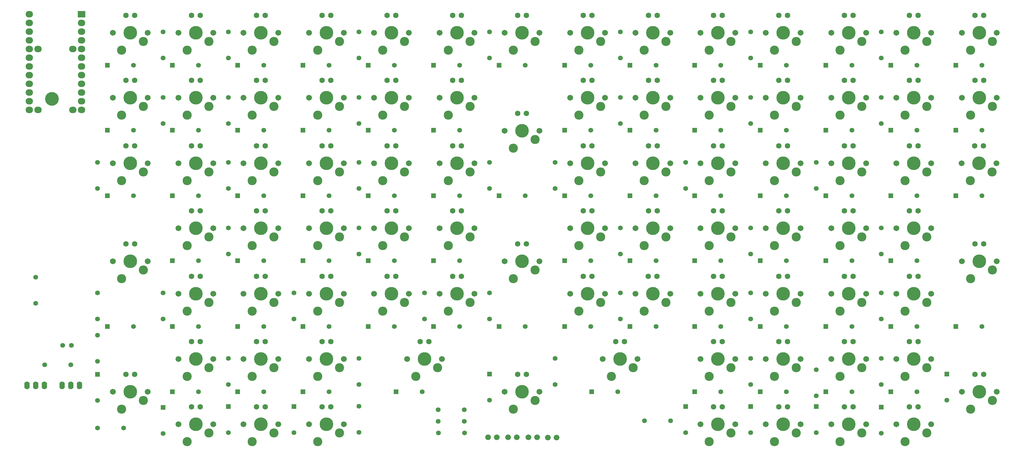
<source format=gts>
G04 (created by PCBNEW (2013-jul-07)-stable) date lun. 20 juin 2016 20:07:23 IST*
%MOIN*%
G04 Gerber Fmt 3.4, Leading zero omitted, Abs format*
%FSLAX34Y34*%
G01*
G70*
G90*
G04 APERTURE LIST*
%ADD10C,0.00590551*%
%ADD11R,0.085X0.075*%
%ADD12O,0.085X0.075*%
%ADD13C,0.15748*%
%ADD14C,0.105*%
%ADD15C,0.067*%
%ADD16C,0.157*%
%ADD17C,0.055*%
%ADD18O,0.062X0.09*%
%ADD19C,0.066*%
%ADD20R,0.055X0.055*%
%ADD21C,0.063*%
G04 APERTURE END LIST*
G54D10*
G54D11*
X8157Y-669D03*
G54D12*
X8157Y-1669D03*
X8157Y-2669D03*
X8157Y-3669D03*
X8157Y-4669D03*
X8157Y-5669D03*
X8157Y-6669D03*
X8157Y-7669D03*
X8157Y-8669D03*
X8157Y-9669D03*
X8157Y-10669D03*
X8157Y-11669D03*
X7157Y-11669D03*
X3157Y-11669D03*
X2157Y-11669D03*
X2157Y-10669D03*
X2157Y-9669D03*
X2157Y-8669D03*
X2157Y-7669D03*
X2157Y-6669D03*
X2157Y-5669D03*
X2157Y-4669D03*
X2157Y-3669D03*
X2157Y-2669D03*
X2157Y-1669D03*
X2157Y-669D03*
X3157Y-4669D03*
X7157Y-4669D03*
G54D13*
X4763Y-10393D03*
G54D14*
X65299Y-12275D03*
X67799Y-11275D03*
G54D15*
X64299Y-10275D03*
X68299Y-10275D03*
G54D16*
X66299Y-10275D03*
G54D14*
X80259Y-34795D03*
X82759Y-33795D03*
G54D15*
X79259Y-32795D03*
X83259Y-32795D03*
G54D16*
X81259Y-32795D03*
G54D14*
X80259Y-27275D03*
X82759Y-26275D03*
G54D15*
X79259Y-25275D03*
X83259Y-25275D03*
G54D16*
X81259Y-25275D03*
G54D14*
X80259Y-19795D03*
X82759Y-18795D03*
G54D15*
X79259Y-17795D03*
X83259Y-17795D03*
G54D16*
X81259Y-17795D03*
G54D14*
X80259Y-12275D03*
X82759Y-11275D03*
G54D15*
X79259Y-10275D03*
X83259Y-10275D03*
G54D16*
X81259Y-10275D03*
G54D14*
X72818Y-4795D03*
X75318Y-3795D03*
G54D15*
X71818Y-2795D03*
X75818Y-2795D03*
G54D16*
X73818Y-2795D03*
G54D14*
X72818Y-34795D03*
X75318Y-33795D03*
G54D15*
X71818Y-32795D03*
X75818Y-32795D03*
G54D16*
X73818Y-32795D03*
G54D14*
X72818Y-27275D03*
X75318Y-26275D03*
G54D15*
X71818Y-25275D03*
X75818Y-25275D03*
G54D16*
X73818Y-25275D03*
G54D14*
X72818Y-19795D03*
X75318Y-18795D03*
G54D15*
X71818Y-17795D03*
X75818Y-17795D03*
G54D16*
X73818Y-17795D03*
G54D14*
X72818Y-12275D03*
X75318Y-11275D03*
G54D15*
X71818Y-10275D03*
X75818Y-10275D03*
G54D16*
X73818Y-10275D03*
G54D14*
X65299Y-4795D03*
X67799Y-3795D03*
G54D15*
X64299Y-2795D03*
X68299Y-2795D03*
G54D16*
X66299Y-2795D03*
G54D14*
X69039Y-42314D03*
X71539Y-41314D03*
G54D15*
X68039Y-40314D03*
X72039Y-40314D03*
G54D16*
X70039Y-40314D03*
G54D14*
X65299Y-34795D03*
X67799Y-33795D03*
G54D15*
X64299Y-32795D03*
X68299Y-32795D03*
G54D16*
X66299Y-32795D03*
G54D14*
X65299Y-27275D03*
X67799Y-26275D03*
G54D15*
X64299Y-25275D03*
X68299Y-25275D03*
G54D16*
X66299Y-25275D03*
G54D14*
X65299Y-19795D03*
X67799Y-18795D03*
G54D15*
X64299Y-17795D03*
X68299Y-17795D03*
G54D16*
X66299Y-17795D03*
G54D14*
X80259Y-49795D03*
X82759Y-48795D03*
G54D15*
X79259Y-47795D03*
X83259Y-47795D03*
G54D16*
X81259Y-47795D03*
G54D14*
X57779Y-4795D03*
X60279Y-3795D03*
G54D15*
X56779Y-2795D03*
X60779Y-2795D03*
G54D16*
X58779Y-2795D03*
G54D14*
X57779Y-46055D03*
X60279Y-45055D03*
G54D15*
X56779Y-44055D03*
X60779Y-44055D03*
G54D16*
X58779Y-44055D03*
G54D14*
X57779Y-31055D03*
X60279Y-30055D03*
G54D15*
X56779Y-29055D03*
X60779Y-29055D03*
G54D16*
X58779Y-29055D03*
G54D14*
X57779Y-16055D03*
X60279Y-15055D03*
G54D15*
X56779Y-14055D03*
X60779Y-14055D03*
G54D16*
X58779Y-14055D03*
G54D14*
X50299Y-4795D03*
X52799Y-3795D03*
G54D15*
X49299Y-2795D03*
X53299Y-2795D03*
G54D16*
X51299Y-2795D03*
G54D14*
X50299Y-34795D03*
X52799Y-33795D03*
G54D15*
X49299Y-32795D03*
X53299Y-32795D03*
G54D16*
X51299Y-32795D03*
G54D14*
X50299Y-27275D03*
X52799Y-26275D03*
G54D15*
X49299Y-25275D03*
X53299Y-25275D03*
G54D16*
X51299Y-25275D03*
G54D14*
X50299Y-19795D03*
X52799Y-18795D03*
G54D15*
X49299Y-17795D03*
X53299Y-17795D03*
G54D16*
X51299Y-17795D03*
G54D14*
X50299Y-12275D03*
X52799Y-11275D03*
G54D15*
X49299Y-10275D03*
X53299Y-10275D03*
G54D16*
X51299Y-10275D03*
G54D14*
X42779Y-4795D03*
X45279Y-3795D03*
G54D15*
X41779Y-2795D03*
X45779Y-2795D03*
G54D16*
X43779Y-2795D03*
G54D14*
X46559Y-42314D03*
X49059Y-41314D03*
G54D15*
X45559Y-40314D03*
X49559Y-40314D03*
G54D16*
X47559Y-40314D03*
G54D14*
X42779Y-34795D03*
X45279Y-33795D03*
G54D15*
X41779Y-32795D03*
X45779Y-32795D03*
G54D16*
X43779Y-32795D03*
G54D14*
X95299Y-42314D03*
X97799Y-41314D03*
G54D15*
X94299Y-40314D03*
X98299Y-40314D03*
G54D16*
X96299Y-40314D03*
G54D14*
X110299Y-4795D03*
X112799Y-3795D03*
G54D15*
X109299Y-2795D03*
X113299Y-2795D03*
G54D16*
X111299Y-2795D03*
G54D14*
X110299Y-46055D03*
X112799Y-45055D03*
G54D15*
X109299Y-44055D03*
X113299Y-44055D03*
G54D16*
X111299Y-44055D03*
G54D14*
X110299Y-31055D03*
X112799Y-30055D03*
G54D15*
X109299Y-29055D03*
X113299Y-29055D03*
G54D16*
X111299Y-29055D03*
G54D14*
X110259Y-19795D03*
X112759Y-18795D03*
G54D15*
X109259Y-17795D03*
X113259Y-17795D03*
G54D16*
X111259Y-17795D03*
G54D14*
X110299Y-12275D03*
X112799Y-11275D03*
G54D15*
X109299Y-10275D03*
X113299Y-10275D03*
G54D16*
X111299Y-10275D03*
G54D14*
X102779Y-4795D03*
X105279Y-3795D03*
G54D15*
X101779Y-2795D03*
X105779Y-2795D03*
G54D16*
X103779Y-2795D03*
G54D14*
X102779Y-49795D03*
X105279Y-48795D03*
G54D15*
X101779Y-47795D03*
X105779Y-47795D03*
G54D16*
X103779Y-47795D03*
G54D14*
X102779Y-34795D03*
X105279Y-33795D03*
G54D15*
X101779Y-32795D03*
X105779Y-32795D03*
G54D16*
X103779Y-32795D03*
G54D14*
X102779Y-27275D03*
X105279Y-26275D03*
G54D15*
X101779Y-25275D03*
X105779Y-25275D03*
G54D16*
X103779Y-25275D03*
G54D14*
X102779Y-19795D03*
X105279Y-18795D03*
G54D15*
X101779Y-17795D03*
X105779Y-17795D03*
G54D16*
X103779Y-17795D03*
G54D14*
X102779Y-12275D03*
X105279Y-11275D03*
G54D15*
X101779Y-10275D03*
X105779Y-10275D03*
G54D16*
X103779Y-10275D03*
G54D14*
X95299Y-4795D03*
X97799Y-3795D03*
G54D15*
X94299Y-2795D03*
X98299Y-2795D03*
G54D16*
X96299Y-2795D03*
G54D14*
X95299Y-49795D03*
X97799Y-48795D03*
G54D15*
X94299Y-47795D03*
X98299Y-47795D03*
G54D16*
X96299Y-47795D03*
G54D14*
X80259Y-42314D03*
X82759Y-41314D03*
G54D15*
X79259Y-40314D03*
X83259Y-40314D03*
G54D16*
X81259Y-40314D03*
G54D14*
X95299Y-34795D03*
X97799Y-33795D03*
G54D15*
X94299Y-32795D03*
X98299Y-32795D03*
G54D16*
X96299Y-32795D03*
G54D14*
X95299Y-27275D03*
X97799Y-26275D03*
G54D15*
X94299Y-25275D03*
X98299Y-25275D03*
G54D16*
X96299Y-25275D03*
G54D14*
X95299Y-19795D03*
X97799Y-18795D03*
G54D15*
X94299Y-17795D03*
X98299Y-17795D03*
G54D16*
X96299Y-17795D03*
G54D14*
X95299Y-12275D03*
X97799Y-11275D03*
G54D15*
X94299Y-10275D03*
X98299Y-10275D03*
G54D16*
X96299Y-10275D03*
G54D14*
X87779Y-4795D03*
X90279Y-3795D03*
G54D15*
X86779Y-2795D03*
X90779Y-2795D03*
G54D16*
X88779Y-2795D03*
G54D14*
X87779Y-49795D03*
X90279Y-48795D03*
G54D15*
X86779Y-47795D03*
X90779Y-47795D03*
G54D16*
X88779Y-47795D03*
G54D14*
X87779Y-42314D03*
X90279Y-41314D03*
G54D15*
X86779Y-40314D03*
X90779Y-40314D03*
G54D16*
X88779Y-40314D03*
G54D14*
X87779Y-34795D03*
X90279Y-33795D03*
G54D15*
X86779Y-32795D03*
X90779Y-32795D03*
G54D16*
X88779Y-32795D03*
G54D14*
X87779Y-27275D03*
X90279Y-26275D03*
G54D15*
X86779Y-25275D03*
X90779Y-25275D03*
G54D16*
X88779Y-25275D03*
G54D14*
X87779Y-19795D03*
X90279Y-18795D03*
G54D15*
X86779Y-17795D03*
X90779Y-17795D03*
G54D16*
X88779Y-17795D03*
G54D14*
X87779Y-12275D03*
X90279Y-11275D03*
G54D15*
X86779Y-10275D03*
X90779Y-10275D03*
G54D16*
X88779Y-10275D03*
G54D14*
X80259Y-4795D03*
X82759Y-3795D03*
G54D15*
X79259Y-2795D03*
X83259Y-2795D03*
G54D16*
X81259Y-2795D03*
G54D14*
X102779Y-42314D03*
X105279Y-41314D03*
G54D15*
X101779Y-40314D03*
X105779Y-40314D03*
G54D16*
X103779Y-40314D03*
G54D14*
X12779Y-12275D03*
X15279Y-11275D03*
G54D15*
X11779Y-10275D03*
X15779Y-10275D03*
G54D16*
X13779Y-10275D03*
G54D14*
X27779Y-34795D03*
X30279Y-33795D03*
G54D15*
X26779Y-32795D03*
X30779Y-32795D03*
G54D16*
X28779Y-32795D03*
G54D14*
X35299Y-12275D03*
X37799Y-11275D03*
G54D15*
X34299Y-10275D03*
X38299Y-10275D03*
G54D16*
X36299Y-10275D03*
G54D14*
X35299Y-19795D03*
X37799Y-18795D03*
G54D15*
X34299Y-17795D03*
X38299Y-17795D03*
G54D16*
X36299Y-17795D03*
G54D14*
X27779Y-27275D03*
X30279Y-26275D03*
G54D15*
X26779Y-25275D03*
X30779Y-25275D03*
G54D16*
X28779Y-25275D03*
G54D14*
X35299Y-27275D03*
X37799Y-26275D03*
G54D15*
X34299Y-25275D03*
X38299Y-25275D03*
G54D16*
X36299Y-25275D03*
G54D14*
X27779Y-42314D03*
X30279Y-41314D03*
G54D15*
X26779Y-40314D03*
X30779Y-40314D03*
G54D16*
X28779Y-40314D03*
G54D14*
X27779Y-4795D03*
X30279Y-3795D03*
G54D15*
X26779Y-2795D03*
X30779Y-2795D03*
G54D16*
X28779Y-2795D03*
G54D14*
X35299Y-34795D03*
X37799Y-33795D03*
G54D15*
X34299Y-32795D03*
X38299Y-32795D03*
G54D16*
X36299Y-32795D03*
G54D14*
X27779Y-19795D03*
X30279Y-18795D03*
G54D15*
X26779Y-17795D03*
X30779Y-17795D03*
G54D16*
X28779Y-17795D03*
G54D14*
X35299Y-42314D03*
X37799Y-41314D03*
G54D15*
X34299Y-40314D03*
X38299Y-40314D03*
G54D16*
X36299Y-40314D03*
G54D14*
X27779Y-49795D03*
X30279Y-48795D03*
G54D15*
X26779Y-47795D03*
X30779Y-47795D03*
G54D16*
X28779Y-47795D03*
G54D14*
X27779Y-12275D03*
X30279Y-11275D03*
G54D15*
X26779Y-10275D03*
X30779Y-10275D03*
G54D16*
X28779Y-10275D03*
G54D14*
X35299Y-49795D03*
X37799Y-48795D03*
G54D15*
X34299Y-47795D03*
X38299Y-47795D03*
G54D16*
X36299Y-47795D03*
G54D14*
X12779Y-19795D03*
X15279Y-18795D03*
G54D15*
X11779Y-17795D03*
X15779Y-17795D03*
G54D16*
X13779Y-17795D03*
G54D14*
X12779Y-31055D03*
X15279Y-30055D03*
G54D15*
X11779Y-29055D03*
X15779Y-29055D03*
G54D16*
X13779Y-29055D03*
G54D14*
X42779Y-27275D03*
X45279Y-26275D03*
G54D15*
X41779Y-25275D03*
X45779Y-25275D03*
G54D16*
X43779Y-25275D03*
G54D14*
X20299Y-42314D03*
X22799Y-41314D03*
G54D15*
X19299Y-40314D03*
X23299Y-40314D03*
G54D16*
X21299Y-40314D03*
G54D14*
X20299Y-34795D03*
X22799Y-33795D03*
G54D15*
X19299Y-32795D03*
X23299Y-32795D03*
G54D16*
X21299Y-32795D03*
G54D14*
X42779Y-19795D03*
X45279Y-18795D03*
G54D15*
X41779Y-17795D03*
X45779Y-17795D03*
G54D16*
X43779Y-17795D03*
G54D14*
X20299Y-27275D03*
X22799Y-26275D03*
G54D15*
X19299Y-25275D03*
X23299Y-25275D03*
G54D16*
X21299Y-25275D03*
G54D14*
X20299Y-19795D03*
X22799Y-18795D03*
G54D15*
X19299Y-17795D03*
X23299Y-17795D03*
G54D16*
X21299Y-17795D03*
G54D14*
X20299Y-49795D03*
X22799Y-48795D03*
G54D15*
X19299Y-47795D03*
X23299Y-47795D03*
G54D16*
X21299Y-47795D03*
G54D14*
X42779Y-12275D03*
X45279Y-11275D03*
G54D15*
X41779Y-10275D03*
X45779Y-10275D03*
G54D16*
X43779Y-10275D03*
G54D14*
X20299Y-12275D03*
X22799Y-11275D03*
G54D15*
X19299Y-10275D03*
X23299Y-10275D03*
G54D16*
X21299Y-10275D03*
G54D14*
X12779Y-4795D03*
X15279Y-3795D03*
G54D15*
X11779Y-2795D03*
X15779Y-2795D03*
G54D16*
X13779Y-2795D03*
G54D14*
X12779Y-46055D03*
X15279Y-45055D03*
G54D15*
X11779Y-44055D03*
X15779Y-44055D03*
G54D16*
X13779Y-44055D03*
G54D14*
X35299Y-4795D03*
X37799Y-3795D03*
G54D15*
X34299Y-2795D03*
X38299Y-2795D03*
G54D16*
X36299Y-2795D03*
G54D14*
X20299Y-4795D03*
X22799Y-3795D03*
G54D15*
X19299Y-2795D03*
X23299Y-2795D03*
G54D16*
X21299Y-2795D03*
G54D17*
X17519Y-13232D03*
X17519Y-10232D03*
X25039Y-13232D03*
X25039Y-10232D03*
X40039Y-13232D03*
X40039Y-10232D03*
X100039Y-5712D03*
X100039Y-2712D03*
X85039Y-5712D03*
X85039Y-2712D03*
X49129Y-46141D03*
X52129Y-46141D03*
X70078Y-5712D03*
X70078Y-2712D03*
X55039Y-5712D03*
X55039Y-2712D03*
X40039Y-5712D03*
X40039Y-2712D03*
X25039Y-5712D03*
X25039Y-2712D03*
X3933Y-40984D03*
X6933Y-40984D03*
X2913Y-30901D03*
X2913Y-33901D03*
X17519Y-5712D03*
X17519Y-2712D03*
X10000Y-20712D03*
X10000Y-17712D03*
X49129Y-47480D03*
X52129Y-47480D03*
X49169Y-48818D03*
X52169Y-48818D03*
X100039Y-28232D03*
X100039Y-25232D03*
X92559Y-41531D03*
X92559Y-44531D03*
X72830Y-47401D03*
X75830Y-47401D03*
X9996Y-48228D03*
X12996Y-48228D03*
X100039Y-43232D03*
X100039Y-40232D03*
X85039Y-43232D03*
X85039Y-40232D03*
X62559Y-43232D03*
X62559Y-40232D03*
X40039Y-43232D03*
X40039Y-40232D03*
X25039Y-43232D03*
X25039Y-40232D03*
X10000Y-37555D03*
X10000Y-40555D03*
X100039Y-35712D03*
X100039Y-32712D03*
X85039Y-35712D03*
X85039Y-32712D03*
X70078Y-35712D03*
X70078Y-32712D03*
X47559Y-35712D03*
X47559Y-32712D03*
X32559Y-35712D03*
X32559Y-32712D03*
X17519Y-35712D03*
X17519Y-32712D03*
X55039Y-20712D03*
X55039Y-17712D03*
X85039Y-28232D03*
X85039Y-25232D03*
X70078Y-28232D03*
X70078Y-25232D03*
X55039Y-35712D03*
X55039Y-32712D03*
X40039Y-28232D03*
X40039Y-25232D03*
X25039Y-28232D03*
X25039Y-25232D03*
X10000Y-35712D03*
X10000Y-32712D03*
X92559Y-20712D03*
X92559Y-17712D03*
X77559Y-20712D03*
X77559Y-17712D03*
X62559Y-20712D03*
X62559Y-17712D03*
X40039Y-20712D03*
X40039Y-17712D03*
X25039Y-20712D03*
X25039Y-17712D03*
X40039Y-45744D03*
X40039Y-48744D03*
X100039Y-13232D03*
X100039Y-10232D03*
X85039Y-13232D03*
X85039Y-10232D03*
X70078Y-13232D03*
X70078Y-10232D03*
G54D18*
X7929Y-43346D03*
X6929Y-43346D03*
X5929Y-43346D03*
X3913Y-43346D03*
X2913Y-43346D03*
X1913Y-43346D03*
G54D19*
X59500Y-49291D03*
X60500Y-49291D03*
X61744Y-49330D03*
X62744Y-49330D03*
X57177Y-49291D03*
X58177Y-49291D03*
X54854Y-49291D03*
X55854Y-49291D03*
G54D20*
X44287Y-44055D03*
G54D17*
X47287Y-44055D03*
G54D20*
X56137Y-36574D03*
G54D17*
X59137Y-36574D03*
G54D20*
X41098Y-36574D03*
G54D17*
X44098Y-36574D03*
G54D20*
X63657Y-14015D03*
G54D17*
X66657Y-14015D03*
G54D20*
X56137Y-21535D03*
G54D17*
X59137Y-21535D03*
G54D20*
X33618Y-44055D03*
G54D17*
X36618Y-44055D03*
G54D20*
X41098Y-29015D03*
G54D17*
X44098Y-29015D03*
G54D20*
X41098Y-21535D03*
G54D17*
X44098Y-21535D03*
G54D20*
X93657Y-14015D03*
G54D17*
X96657Y-14015D03*
G54D20*
X41098Y-14015D03*
G54D17*
X44098Y-14015D03*
G54D20*
X41098Y-6535D03*
G54D17*
X44098Y-6535D03*
G54D20*
X33618Y-29015D03*
G54D17*
X36618Y-29015D03*
G54D20*
X48618Y-36574D03*
G54D17*
X51618Y-36574D03*
G54D20*
X48618Y-14015D03*
G54D17*
X51618Y-14015D03*
G54D20*
X33618Y-6535D03*
G54D17*
X36618Y-6535D03*
G54D20*
X33618Y-36574D03*
G54D17*
X36618Y-36574D03*
G54D20*
X56137Y-6535D03*
G54D17*
X59137Y-6535D03*
G54D20*
X48618Y-21535D03*
G54D17*
X51618Y-21535D03*
G54D20*
X48618Y-29015D03*
G54D17*
X51618Y-29015D03*
G54D20*
X48618Y-6535D03*
G54D17*
X51618Y-6535D03*
G54D20*
X32559Y-45783D03*
G54D17*
X32559Y-48783D03*
G54D20*
X55039Y-42043D03*
G54D17*
X55039Y-45043D03*
G54D20*
X101137Y-21535D03*
G54D17*
X104137Y-21535D03*
G54D20*
X18618Y-6535D03*
G54D17*
X21618Y-6535D03*
G54D20*
X108618Y-21535D03*
G54D17*
X111618Y-21535D03*
G54D20*
X11137Y-21535D03*
G54D17*
X14137Y-21535D03*
G54D20*
X108618Y-14015D03*
G54D17*
X111618Y-14015D03*
G54D20*
X86137Y-29015D03*
G54D17*
X89137Y-29015D03*
G54D20*
X101137Y-6535D03*
G54D17*
X104137Y-6535D03*
G54D20*
X11137Y-36574D03*
G54D17*
X14137Y-36574D03*
G54D20*
X100039Y-45822D03*
G54D17*
X100039Y-48822D03*
G54D20*
X86137Y-36574D03*
G54D17*
X89137Y-36574D03*
G54D20*
X101137Y-44055D03*
G54D17*
X104137Y-44055D03*
G54D20*
X10000Y-42082D03*
G54D17*
X10000Y-45082D03*
G54D20*
X101137Y-36574D03*
G54D17*
X104137Y-36574D03*
G54D20*
X17519Y-45862D03*
G54D17*
X17519Y-48862D03*
G54D20*
X101137Y-29015D03*
G54D17*
X104137Y-29015D03*
G54D20*
X11137Y-6535D03*
G54D17*
X14137Y-6535D03*
G54D20*
X108618Y-36574D03*
G54D17*
X111618Y-36574D03*
G54D20*
X86137Y-44055D03*
G54D17*
X89137Y-44055D03*
G54D20*
X101137Y-14015D03*
G54D17*
X104137Y-14015D03*
G54D20*
X18618Y-14015D03*
G54D17*
X21618Y-14015D03*
G54D20*
X93657Y-6535D03*
G54D17*
X96657Y-6535D03*
G54D20*
X85039Y-45783D03*
G54D17*
X85039Y-48783D03*
G54D20*
X92559Y-45783D03*
G54D17*
X92559Y-48783D03*
G54D20*
X18618Y-21535D03*
G54D17*
X21618Y-21535D03*
G54D20*
X93657Y-44055D03*
G54D17*
X96657Y-44055D03*
G54D20*
X18618Y-44055D03*
G54D17*
X21618Y-44055D03*
G54D20*
X93657Y-36574D03*
G54D17*
X96657Y-36574D03*
G54D20*
X18618Y-29015D03*
G54D17*
X21618Y-29015D03*
G54D20*
X93657Y-29015D03*
G54D17*
X96657Y-29015D03*
G54D20*
X86137Y-6535D03*
G54D17*
X89137Y-6535D03*
G54D20*
X93657Y-21535D03*
G54D17*
X96657Y-21535D03*
G54D20*
X18618Y-36574D03*
G54D17*
X21618Y-36574D03*
G54D20*
X26098Y-36574D03*
G54D17*
X29098Y-36574D03*
G54D20*
X33618Y-21535D03*
G54D17*
X36618Y-21535D03*
G54D20*
X63657Y-29015D03*
G54D17*
X66657Y-29015D03*
G54D20*
X63657Y-36574D03*
G54D17*
X66657Y-36574D03*
G54D20*
X33618Y-14015D03*
G54D17*
X36618Y-14015D03*
G54D20*
X66767Y-44055D03*
G54D17*
X69767Y-44055D03*
G54D20*
X63657Y-6535D03*
G54D17*
X66657Y-6535D03*
G54D20*
X26098Y-6535D03*
G54D17*
X29098Y-6535D03*
G54D20*
X71177Y-14015D03*
G54D17*
X74177Y-14015D03*
G54D20*
X71177Y-21535D03*
G54D17*
X74177Y-21535D03*
G54D20*
X25039Y-45783D03*
G54D17*
X25039Y-48783D03*
G54D20*
X71177Y-29015D03*
G54D17*
X74177Y-29015D03*
G54D20*
X71177Y-36574D03*
G54D17*
X74177Y-36574D03*
G54D20*
X26098Y-44055D03*
G54D17*
X29098Y-44055D03*
G54D20*
X71177Y-6535D03*
G54D17*
X74177Y-6535D03*
G54D20*
X78618Y-14015D03*
G54D17*
X81618Y-14015D03*
G54D20*
X63657Y-21535D03*
G54D17*
X66657Y-21535D03*
G54D20*
X78618Y-21535D03*
G54D17*
X81618Y-21535D03*
G54D20*
X78618Y-29015D03*
G54D17*
X81618Y-29015D03*
G54D20*
X26098Y-29015D03*
G54D17*
X29098Y-29015D03*
G54D20*
X78618Y-36574D03*
G54D17*
X81618Y-36574D03*
G54D20*
X78618Y-44055D03*
G54D17*
X81618Y-44055D03*
G54D20*
X26098Y-21535D03*
G54D17*
X29098Y-21535D03*
G54D20*
X77559Y-45783D03*
G54D17*
X77559Y-48783D03*
G54D20*
X78618Y-6535D03*
G54D17*
X81618Y-6535D03*
G54D20*
X26098Y-14015D03*
G54D17*
X29098Y-14015D03*
G54D20*
X86137Y-14015D03*
G54D17*
X89137Y-14015D03*
G54D20*
X108618Y-6535D03*
G54D17*
X111618Y-6535D03*
G54D20*
X86137Y-21535D03*
G54D17*
X89137Y-21535D03*
G54D20*
X107559Y-42043D03*
G54D17*
X107559Y-45043D03*
G54D20*
X11137Y-14015D03*
G54D17*
X14137Y-14015D03*
X5996Y-38740D03*
X6996Y-38740D03*
G54D21*
X21799Y-8275D03*
X20799Y-8275D03*
X96799Y-23275D03*
X95799Y-23275D03*
X74318Y-8275D03*
X73318Y-8275D03*
X81759Y-8275D03*
X80759Y-8275D03*
X89279Y-23275D03*
X88279Y-23275D03*
X59279Y-12055D03*
X58279Y-12055D03*
X66799Y-8275D03*
X65799Y-8275D03*
X44279Y-8275D03*
X43279Y-8275D03*
X51799Y-8275D03*
X50799Y-8275D03*
X111759Y-15795D03*
X110759Y-15795D03*
X29279Y-8275D03*
X28279Y-8275D03*
X36799Y-8275D03*
X35799Y-8275D03*
X104279Y-23275D03*
X103279Y-23275D03*
X14279Y-8275D03*
X13279Y-8275D03*
X96799Y-8275D03*
X95799Y-8275D03*
X104279Y-795D03*
X103279Y-795D03*
X111799Y-795D03*
X110799Y-795D03*
X29279Y-30795D03*
X28279Y-30795D03*
X89279Y-795D03*
X88279Y-795D03*
X96799Y-795D03*
X95799Y-795D03*
X21799Y-30795D03*
X20799Y-30795D03*
X74318Y-795D03*
X73318Y-795D03*
X81759Y-795D03*
X80759Y-795D03*
X59279Y-795D03*
X58279Y-795D03*
X66799Y-795D03*
X65799Y-795D03*
X44279Y-795D03*
X43279Y-795D03*
X51799Y-795D03*
X50799Y-795D03*
X74318Y-15795D03*
X73318Y-15795D03*
X29279Y-23275D03*
X28279Y-23275D03*
X36799Y-23275D03*
X35799Y-23275D03*
X51799Y-23275D03*
X50799Y-23275D03*
X14279Y-27055D03*
X13279Y-27055D03*
X21799Y-23275D03*
X20799Y-23275D03*
X44279Y-23275D03*
X43279Y-23275D03*
X96799Y-15795D03*
X95799Y-15795D03*
X104279Y-15795D03*
X103279Y-15795D03*
X81759Y-15795D03*
X80759Y-15795D03*
X89279Y-15795D03*
X88279Y-15795D03*
X66799Y-23275D03*
X65799Y-23275D03*
X66799Y-15795D03*
X65799Y-15795D03*
X44279Y-30795D03*
X43279Y-30795D03*
X59279Y-27055D03*
X58279Y-27055D03*
X44279Y-15795D03*
X43279Y-15795D03*
X51799Y-15795D03*
X50799Y-15795D03*
X29279Y-15795D03*
X28279Y-15795D03*
X36799Y-15795D03*
X35799Y-15795D03*
X81759Y-23275D03*
X80759Y-23275D03*
X14279Y-15795D03*
X13279Y-15795D03*
X21799Y-15795D03*
X20799Y-15795D03*
X74318Y-23275D03*
X73318Y-23275D03*
X104279Y-8275D03*
X103279Y-8275D03*
X111799Y-8275D03*
X110799Y-8275D03*
X89279Y-8275D03*
X88279Y-8275D03*
X96799Y-38314D03*
X95799Y-38314D03*
X111799Y-27055D03*
X110799Y-27055D03*
X104279Y-30795D03*
X103279Y-30795D03*
X21799Y-38314D03*
X20799Y-38314D03*
X14279Y-42055D03*
X13279Y-42055D03*
X36799Y-38314D03*
X35799Y-38314D03*
X29279Y-38314D03*
X28279Y-38314D03*
X59279Y-42055D03*
X58279Y-42055D03*
X48059Y-38314D03*
X47059Y-38314D03*
X81759Y-38314D03*
X80759Y-38314D03*
X70539Y-38314D03*
X69539Y-38314D03*
X36799Y-30795D03*
X35799Y-30795D03*
X89279Y-38314D03*
X88279Y-38314D03*
X111799Y-42055D03*
X110799Y-42055D03*
X104279Y-38314D03*
X103279Y-38314D03*
X29279Y-45795D03*
X28279Y-45795D03*
X21799Y-45795D03*
X20799Y-45795D03*
X89279Y-45795D03*
X88279Y-45795D03*
X81759Y-45795D03*
X80759Y-45795D03*
X104279Y-45795D03*
X103279Y-45795D03*
X96799Y-45795D03*
X95799Y-45795D03*
X36799Y-45795D03*
X35799Y-45795D03*
X89279Y-30795D03*
X88279Y-30795D03*
X96799Y-30795D03*
X95799Y-30795D03*
X29279Y-795D03*
X28279Y-795D03*
X14279Y-795D03*
X13279Y-795D03*
X66799Y-30795D03*
X65799Y-30795D03*
X74279Y-30795D03*
X73279Y-30795D03*
X21799Y-795D03*
X20799Y-795D03*
X36799Y-795D03*
X35799Y-795D03*
X51799Y-30795D03*
X50799Y-30795D03*
X81759Y-30795D03*
X80759Y-30795D03*
M02*

</source>
